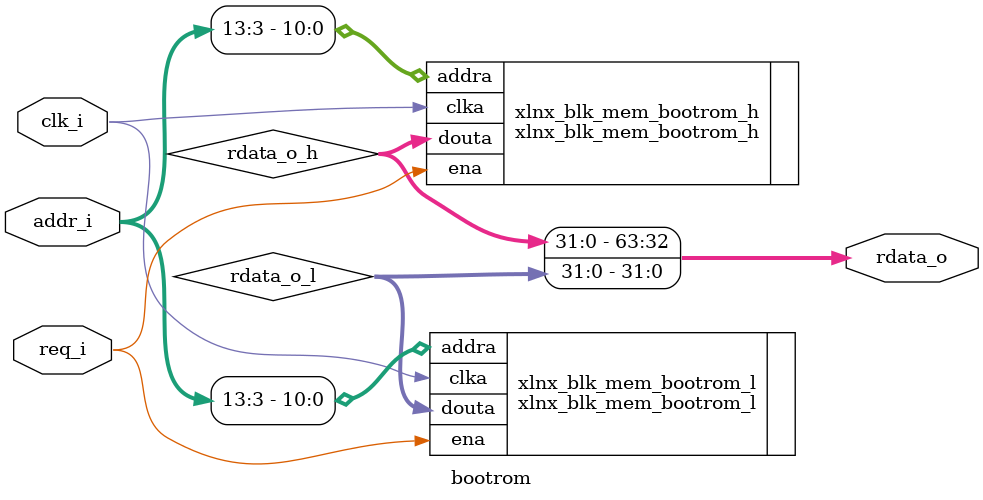
<source format=sv>
/* Copyright 2018 ETH Zurich and University of Bologna.
 * Copyright and related rights are licensed under the Solderpad Hardware
 * License, Version 0.51 (the "License"); you may not use this file except in
 * compliance with the License.  You may obtain a copy of the License at
 * http://solderpad.org/licenses/SHL-0.51. Unless required by applicable law
 * or agreed to in writing, software, hardware and materials distributed under
 * this License is distributed on an "AS IS" BASIS, WITHOUT WARRANTIES OR
 * CONDITIONS OF ANY KIND, either express or implied. See the License for the
 * specific language governing permissions and limitations under the License.
 *
 * File: $filename.v
 *
 * Description: Auto-generated bootrom
 */

// Auto-generated code
module bootrom (
   input  logic         clk_i,
   input  logic         req_i,
   input  logic [63:0]  addr_i,
   output logic [63:0]  rdata_o
);
  wire [31:0] rdata_o_h;
  wire [31:0] rdata_o_l;

  xlnx_blk_mem_bootrom_h xlnx_blk_mem_bootrom_h(
    .clka            (clk_i),
    .ena             (req_i),
    .addra           (addr_i[13:3]),
    .douta           (rdata_o_h)
  );

  xlnx_blk_mem_bootrom_l xlnx_blk_mem_bootrom_l(
    .clka            (clk_i),
    .ena             (req_i),
    .addra           (addr_i[13:3]),
    .douta           (rdata_o_l)
  );
  assign rdata_o = {rdata_o_h, rdata_o_l};

endmodule

</source>
